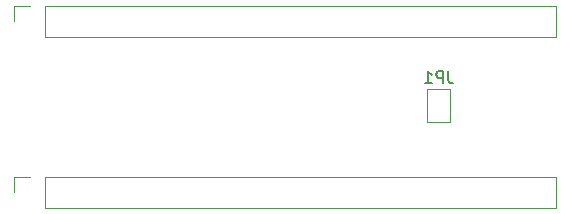
<source format=gbr>
%TF.GenerationSoftware,KiCad,Pcbnew,(5.1.10-1-10_14)*%
%TF.CreationDate,2021-07-19T22:46:51-06:00*%
%TF.ProjectId,f0-study-board,66302d73-7475-4647-992d-626f6172642e,rev?*%
%TF.SameCoordinates,Original*%
%TF.FileFunction,Legend,Bot*%
%TF.FilePolarity,Positive*%
%FSLAX46Y46*%
G04 Gerber Fmt 4.6, Leading zero omitted, Abs format (unit mm)*
G04 Created by KiCad (PCBNEW (5.1.10-1-10_14)) date 2021-07-19 22:46:51*
%MOMM*%
%LPD*%
G01*
G04 APERTURE LIST*
%ADD10C,0.120000*%
%ADD11C,0.150000*%
G04 APERTURE END LIST*
D10*
%TO.C,JP1*%
X133600000Y-105750000D02*
X133600000Y-108550000D01*
X133600000Y-108550000D02*
X135600000Y-108550000D01*
X135600000Y-108550000D02*
X135600000Y-105750000D01*
X135600000Y-105750000D02*
X133600000Y-105750000D01*
%TO.C,J2*%
X98670000Y-113170000D02*
X98670000Y-114500000D01*
X100000000Y-113170000D02*
X98670000Y-113170000D01*
X101270000Y-113170000D02*
X101270000Y-115830000D01*
X101270000Y-115830000D02*
X144510000Y-115830000D01*
X101270000Y-113170000D02*
X144510000Y-113170000D01*
X144510000Y-113170000D02*
X144510000Y-115830000D01*
%TO.C,J1*%
X98670000Y-98670000D02*
X98670000Y-100000000D01*
X100000000Y-98670000D02*
X98670000Y-98670000D01*
X101270000Y-98670000D02*
X101270000Y-101330000D01*
X101270000Y-101330000D02*
X144510000Y-101330000D01*
X101270000Y-98670000D02*
X144510000Y-98670000D01*
X144510000Y-98670000D02*
X144510000Y-101330000D01*
%TO.C,JP1*%
D11*
X135433333Y-104252380D02*
X135433333Y-104966666D01*
X135480952Y-105109523D01*
X135576190Y-105204761D01*
X135719047Y-105252380D01*
X135814285Y-105252380D01*
X134957142Y-105252380D02*
X134957142Y-104252380D01*
X134576190Y-104252380D01*
X134480952Y-104300000D01*
X134433333Y-104347619D01*
X134385714Y-104442857D01*
X134385714Y-104585714D01*
X134433333Y-104680952D01*
X134480952Y-104728571D01*
X134576190Y-104776190D01*
X134957142Y-104776190D01*
X133433333Y-105252380D02*
X134004761Y-105252380D01*
X133719047Y-105252380D02*
X133719047Y-104252380D01*
X133814285Y-104395238D01*
X133909523Y-104490476D01*
X134004761Y-104538095D01*
%TD*%
M02*

</source>
